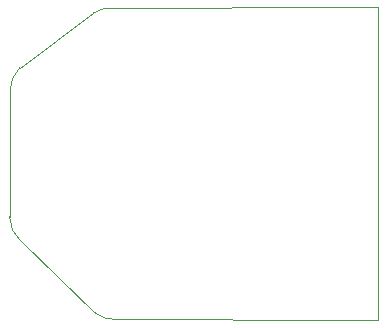
<source format=gm1>
%TF.GenerationSoftware,KiCad,Pcbnew,5.99.0-unknown-c33b2cfa8d~128~ubuntu20.04.1*%
%TF.CreationDate,2021-05-18T07:02:03+07:00*%
%TF.ProjectId,PmodUsbUlpi,506d6f64-5573-4625-956c-70692e6b6963,1*%
%TF.SameCoordinates,Original*%
%TF.FileFunction,Profile,NP*%
%FSLAX46Y46*%
G04 Gerber Fmt 4.6, Leading zero omitted, Abs format (unit mm)*
G04 Created by KiCad (PCBNEW 5.99.0-unknown-c33b2cfa8d~128~ubuntu20.04.1) date 2021-05-18 07:02:03*
%MOMM*%
%LPD*%
G01*
G04 APERTURE LIST*
%TA.AperFunction,Profile*%
%ADD10C,0.050000*%
%TD*%
G04 APERTURE END LIST*
D10*
X137500000Y-94650000D02*
X137450000Y-105300000D01*
X138305456Y-92705456D02*
X144537561Y-88081784D01*
X144700000Y-113450000D02*
X138389112Y-107369586D01*
X166300000Y-87600000D02*
X168650000Y-87600000D01*
X168650000Y-114050000D02*
X166350000Y-114050000D01*
X168650000Y-87600000D02*
X168650000Y-114050000D01*
X144537561Y-88081784D02*
G75*
G02*
X146100000Y-87650000I1412439J-2068216D01*
G01*
X166300000Y-87600000D02*
X146100000Y-87650000D01*
X146350260Y-114011421D02*
G75*
G02*
X144700000Y-113450000I-100260J2411421D01*
G01*
X138389112Y-107369586D02*
G75*
G02*
X137450000Y-105300000I1810888J2069586D01*
G01*
X138305456Y-92705456D02*
G75*
G03*
X137500000Y-94650000I1944544J-1944544D01*
G01*
X166350000Y-114050000D02*
X146350260Y-114011420D01*
M02*

</source>
